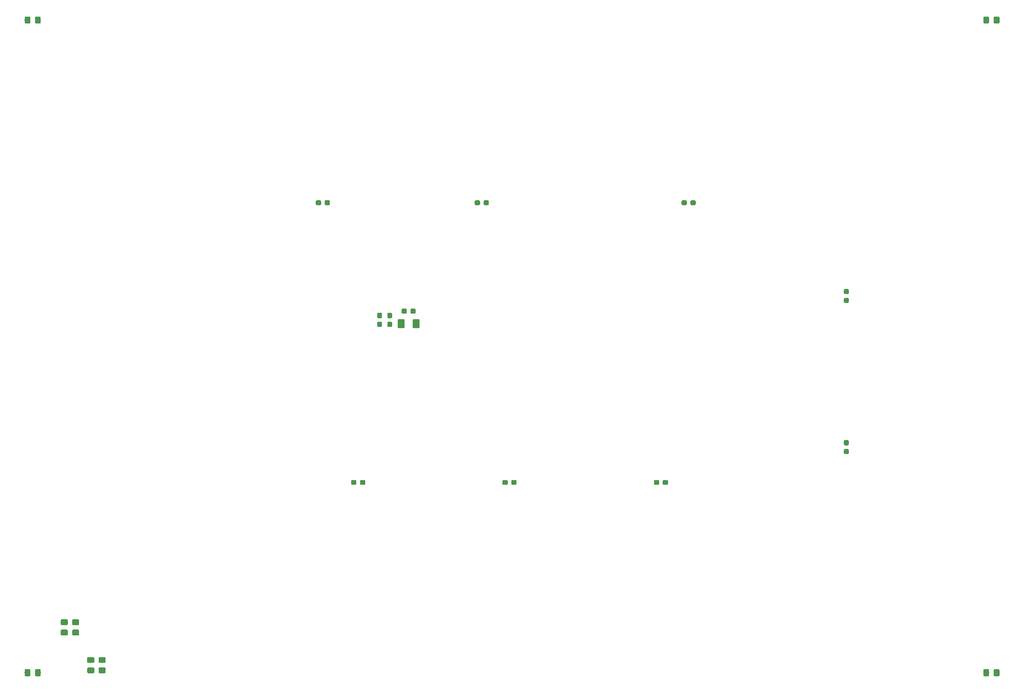
<source format=gbr>
G04 #@! TF.GenerationSoftware,KiCad,Pcbnew,(5.1.4-0-10_14)*
G04 #@! TF.CreationDate,2020-05-28T00:49:02-02:30*
G04 #@! TF.ProjectId,PCB_Morro_Bay,5043425f-4d6f-4727-926f-5f4261792e6b,A*
G04 #@! TF.SameCoordinates,Original*
G04 #@! TF.FileFunction,Paste,Bot*
G04 #@! TF.FilePolarity,Positive*
%FSLAX46Y46*%
G04 Gerber Fmt 4.6, Leading zero omitted, Abs format (unit mm)*
G04 Created by KiCad (PCBNEW (5.1.4-0-10_14)) date 2020-05-28 00:49:02*
%MOMM*%
%LPD*%
G04 APERTURE LIST*
%ADD10C,0.100000*%
%ADD11C,0.950000*%
%ADD12C,1.150000*%
%ADD13C,1.425000*%
G04 APERTURE END LIST*
D10*
G36*
X190185779Y-123776144D02*
G01*
X190208834Y-123779563D01*
X190231443Y-123785227D01*
X190253387Y-123793079D01*
X190274457Y-123803044D01*
X190294448Y-123815026D01*
X190313168Y-123828910D01*
X190330438Y-123844562D01*
X190346090Y-123861832D01*
X190359974Y-123880552D01*
X190371956Y-123900543D01*
X190381921Y-123921613D01*
X190389773Y-123943557D01*
X190395437Y-123966166D01*
X190398856Y-123989221D01*
X190400000Y-124012500D01*
X190400000Y-124487500D01*
X190398856Y-124510779D01*
X190395437Y-124533834D01*
X190389773Y-124556443D01*
X190381921Y-124578387D01*
X190371956Y-124599457D01*
X190359974Y-124619448D01*
X190346090Y-124638168D01*
X190330438Y-124655438D01*
X190313168Y-124671090D01*
X190294448Y-124684974D01*
X190274457Y-124696956D01*
X190253387Y-124706921D01*
X190231443Y-124714773D01*
X190208834Y-124720437D01*
X190185779Y-124723856D01*
X190162500Y-124725000D01*
X189587500Y-124725000D01*
X189564221Y-124723856D01*
X189541166Y-124720437D01*
X189518557Y-124714773D01*
X189496613Y-124706921D01*
X189475543Y-124696956D01*
X189455552Y-124684974D01*
X189436832Y-124671090D01*
X189419562Y-124655438D01*
X189403910Y-124638168D01*
X189390026Y-124619448D01*
X189378044Y-124599457D01*
X189368079Y-124578387D01*
X189360227Y-124556443D01*
X189354563Y-124533834D01*
X189351144Y-124510779D01*
X189350000Y-124487500D01*
X189350000Y-124012500D01*
X189351144Y-123989221D01*
X189354563Y-123966166D01*
X189360227Y-123943557D01*
X189368079Y-123921613D01*
X189378044Y-123900543D01*
X189390026Y-123880552D01*
X189403910Y-123861832D01*
X189419562Y-123844562D01*
X189436832Y-123828910D01*
X189455552Y-123815026D01*
X189475543Y-123803044D01*
X189496613Y-123793079D01*
X189518557Y-123785227D01*
X189541166Y-123779563D01*
X189564221Y-123776144D01*
X189587500Y-123775000D01*
X190162500Y-123775000D01*
X190185779Y-123776144D01*
X190185779Y-123776144D01*
G37*
D11*
X189875000Y-124250000D03*
D10*
G36*
X191935779Y-123776144D02*
G01*
X191958834Y-123779563D01*
X191981443Y-123785227D01*
X192003387Y-123793079D01*
X192024457Y-123803044D01*
X192044448Y-123815026D01*
X192063168Y-123828910D01*
X192080438Y-123844562D01*
X192096090Y-123861832D01*
X192109974Y-123880552D01*
X192121956Y-123900543D01*
X192131921Y-123921613D01*
X192139773Y-123943557D01*
X192145437Y-123966166D01*
X192148856Y-123989221D01*
X192150000Y-124012500D01*
X192150000Y-124487500D01*
X192148856Y-124510779D01*
X192145437Y-124533834D01*
X192139773Y-124556443D01*
X192131921Y-124578387D01*
X192121956Y-124599457D01*
X192109974Y-124619448D01*
X192096090Y-124638168D01*
X192080438Y-124655438D01*
X192063168Y-124671090D01*
X192044448Y-124684974D01*
X192024457Y-124696956D01*
X192003387Y-124706921D01*
X191981443Y-124714773D01*
X191958834Y-124720437D01*
X191935779Y-124723856D01*
X191912500Y-124725000D01*
X191337500Y-124725000D01*
X191314221Y-124723856D01*
X191291166Y-124720437D01*
X191268557Y-124714773D01*
X191246613Y-124706921D01*
X191225543Y-124696956D01*
X191205552Y-124684974D01*
X191186832Y-124671090D01*
X191169562Y-124655438D01*
X191153910Y-124638168D01*
X191140026Y-124619448D01*
X191128044Y-124599457D01*
X191118079Y-124578387D01*
X191110227Y-124556443D01*
X191104563Y-124533834D01*
X191101144Y-124510779D01*
X191100000Y-124487500D01*
X191100000Y-124012500D01*
X191101144Y-123989221D01*
X191104563Y-123966166D01*
X191110227Y-123943557D01*
X191118079Y-123921613D01*
X191128044Y-123900543D01*
X191140026Y-123880552D01*
X191153910Y-123861832D01*
X191169562Y-123844562D01*
X191186832Y-123828910D01*
X191205552Y-123815026D01*
X191225543Y-123803044D01*
X191246613Y-123793079D01*
X191268557Y-123785227D01*
X191291166Y-123779563D01*
X191314221Y-123776144D01*
X191337500Y-123775000D01*
X191912500Y-123775000D01*
X191935779Y-123776144D01*
X191935779Y-123776144D01*
G37*
D11*
X191625000Y-124250000D03*
D10*
G36*
X185260779Y-124601144D02*
G01*
X185283834Y-124604563D01*
X185306443Y-124610227D01*
X185328387Y-124618079D01*
X185349457Y-124628044D01*
X185369448Y-124640026D01*
X185388168Y-124653910D01*
X185405438Y-124669562D01*
X185421090Y-124686832D01*
X185434974Y-124705552D01*
X185446956Y-124725543D01*
X185456921Y-124746613D01*
X185464773Y-124768557D01*
X185470437Y-124791166D01*
X185473856Y-124814221D01*
X185475000Y-124837500D01*
X185475000Y-125412500D01*
X185473856Y-125435779D01*
X185470437Y-125458834D01*
X185464773Y-125481443D01*
X185456921Y-125503387D01*
X185446956Y-125524457D01*
X185434974Y-125544448D01*
X185421090Y-125563168D01*
X185405438Y-125580438D01*
X185388168Y-125596090D01*
X185369448Y-125609974D01*
X185349457Y-125621956D01*
X185328387Y-125631921D01*
X185306443Y-125639773D01*
X185283834Y-125645437D01*
X185260779Y-125648856D01*
X185237500Y-125650000D01*
X184762500Y-125650000D01*
X184739221Y-125648856D01*
X184716166Y-125645437D01*
X184693557Y-125639773D01*
X184671613Y-125631921D01*
X184650543Y-125621956D01*
X184630552Y-125609974D01*
X184611832Y-125596090D01*
X184594562Y-125580438D01*
X184578910Y-125563168D01*
X184565026Y-125544448D01*
X184553044Y-125524457D01*
X184543079Y-125503387D01*
X184535227Y-125481443D01*
X184529563Y-125458834D01*
X184526144Y-125435779D01*
X184525000Y-125412500D01*
X184525000Y-124837500D01*
X184526144Y-124814221D01*
X184529563Y-124791166D01*
X184535227Y-124768557D01*
X184543079Y-124746613D01*
X184553044Y-124725543D01*
X184565026Y-124705552D01*
X184578910Y-124686832D01*
X184594562Y-124669562D01*
X184611832Y-124653910D01*
X184630552Y-124640026D01*
X184650543Y-124628044D01*
X184671613Y-124618079D01*
X184693557Y-124610227D01*
X184716166Y-124604563D01*
X184739221Y-124601144D01*
X184762500Y-124600000D01*
X185237500Y-124600000D01*
X185260779Y-124601144D01*
X185260779Y-124601144D01*
G37*
D11*
X185000000Y-125125000D03*
D10*
G36*
X185260779Y-126351144D02*
G01*
X185283834Y-126354563D01*
X185306443Y-126360227D01*
X185328387Y-126368079D01*
X185349457Y-126378044D01*
X185369448Y-126390026D01*
X185388168Y-126403910D01*
X185405438Y-126419562D01*
X185421090Y-126436832D01*
X185434974Y-126455552D01*
X185446956Y-126475543D01*
X185456921Y-126496613D01*
X185464773Y-126518557D01*
X185470437Y-126541166D01*
X185473856Y-126564221D01*
X185475000Y-126587500D01*
X185475000Y-127162500D01*
X185473856Y-127185779D01*
X185470437Y-127208834D01*
X185464773Y-127231443D01*
X185456921Y-127253387D01*
X185446956Y-127274457D01*
X185434974Y-127294448D01*
X185421090Y-127313168D01*
X185405438Y-127330438D01*
X185388168Y-127346090D01*
X185369448Y-127359974D01*
X185349457Y-127371956D01*
X185328387Y-127381921D01*
X185306443Y-127389773D01*
X185283834Y-127395437D01*
X185260779Y-127398856D01*
X185237500Y-127400000D01*
X184762500Y-127400000D01*
X184739221Y-127398856D01*
X184716166Y-127395437D01*
X184693557Y-127389773D01*
X184671613Y-127381921D01*
X184650543Y-127371956D01*
X184630552Y-127359974D01*
X184611832Y-127346090D01*
X184594562Y-127330438D01*
X184578910Y-127313168D01*
X184565026Y-127294448D01*
X184553044Y-127274457D01*
X184543079Y-127253387D01*
X184535227Y-127231443D01*
X184529563Y-127208834D01*
X184526144Y-127185779D01*
X184525000Y-127162500D01*
X184525000Y-126587500D01*
X184526144Y-126564221D01*
X184529563Y-126541166D01*
X184535227Y-126518557D01*
X184543079Y-126496613D01*
X184553044Y-126475543D01*
X184565026Y-126455552D01*
X184578910Y-126436832D01*
X184594562Y-126419562D01*
X184611832Y-126403910D01*
X184630552Y-126390026D01*
X184650543Y-126378044D01*
X184671613Y-126368079D01*
X184693557Y-126360227D01*
X184716166Y-126354563D01*
X184739221Y-126351144D01*
X184762500Y-126350000D01*
X185237500Y-126350000D01*
X185260779Y-126351144D01*
X185260779Y-126351144D01*
G37*
D11*
X185000000Y-126875000D03*
D10*
G36*
X187260779Y-126351144D02*
G01*
X187283834Y-126354563D01*
X187306443Y-126360227D01*
X187328387Y-126368079D01*
X187349457Y-126378044D01*
X187369448Y-126390026D01*
X187388168Y-126403910D01*
X187405438Y-126419562D01*
X187421090Y-126436832D01*
X187434974Y-126455552D01*
X187446956Y-126475543D01*
X187456921Y-126496613D01*
X187464773Y-126518557D01*
X187470437Y-126541166D01*
X187473856Y-126564221D01*
X187475000Y-126587500D01*
X187475000Y-127162500D01*
X187473856Y-127185779D01*
X187470437Y-127208834D01*
X187464773Y-127231443D01*
X187456921Y-127253387D01*
X187446956Y-127274457D01*
X187434974Y-127294448D01*
X187421090Y-127313168D01*
X187405438Y-127330438D01*
X187388168Y-127346090D01*
X187369448Y-127359974D01*
X187349457Y-127371956D01*
X187328387Y-127381921D01*
X187306443Y-127389773D01*
X187283834Y-127395437D01*
X187260779Y-127398856D01*
X187237500Y-127400000D01*
X186762500Y-127400000D01*
X186739221Y-127398856D01*
X186716166Y-127395437D01*
X186693557Y-127389773D01*
X186671613Y-127381921D01*
X186650543Y-127371956D01*
X186630552Y-127359974D01*
X186611832Y-127346090D01*
X186594562Y-127330438D01*
X186578910Y-127313168D01*
X186565026Y-127294448D01*
X186553044Y-127274457D01*
X186543079Y-127253387D01*
X186535227Y-127231443D01*
X186529563Y-127208834D01*
X186526144Y-127185779D01*
X186525000Y-127162500D01*
X186525000Y-126587500D01*
X186526144Y-126564221D01*
X186529563Y-126541166D01*
X186535227Y-126518557D01*
X186543079Y-126496613D01*
X186553044Y-126475543D01*
X186565026Y-126455552D01*
X186578910Y-126436832D01*
X186594562Y-126419562D01*
X186611832Y-126403910D01*
X186630552Y-126390026D01*
X186650543Y-126378044D01*
X186671613Y-126368079D01*
X186693557Y-126360227D01*
X186716166Y-126354563D01*
X186739221Y-126351144D01*
X186762500Y-126350000D01*
X187237500Y-126350000D01*
X187260779Y-126351144D01*
X187260779Y-126351144D01*
G37*
D11*
X187000000Y-126875000D03*
D10*
G36*
X187260779Y-124601144D02*
G01*
X187283834Y-124604563D01*
X187306443Y-124610227D01*
X187328387Y-124618079D01*
X187349457Y-124628044D01*
X187369448Y-124640026D01*
X187388168Y-124653910D01*
X187405438Y-124669562D01*
X187421090Y-124686832D01*
X187434974Y-124705552D01*
X187446956Y-124725543D01*
X187456921Y-124746613D01*
X187464773Y-124768557D01*
X187470437Y-124791166D01*
X187473856Y-124814221D01*
X187475000Y-124837500D01*
X187475000Y-125412500D01*
X187473856Y-125435779D01*
X187470437Y-125458834D01*
X187464773Y-125481443D01*
X187456921Y-125503387D01*
X187446956Y-125524457D01*
X187434974Y-125544448D01*
X187421090Y-125563168D01*
X187405438Y-125580438D01*
X187388168Y-125596090D01*
X187369448Y-125609974D01*
X187349457Y-125621956D01*
X187328387Y-125631921D01*
X187306443Y-125639773D01*
X187283834Y-125645437D01*
X187260779Y-125648856D01*
X187237500Y-125650000D01*
X186762500Y-125650000D01*
X186739221Y-125648856D01*
X186716166Y-125645437D01*
X186693557Y-125639773D01*
X186671613Y-125631921D01*
X186650543Y-125621956D01*
X186630552Y-125609974D01*
X186611832Y-125596090D01*
X186594562Y-125580438D01*
X186578910Y-125563168D01*
X186565026Y-125544448D01*
X186553044Y-125524457D01*
X186543079Y-125503387D01*
X186535227Y-125481443D01*
X186529563Y-125458834D01*
X186526144Y-125435779D01*
X186525000Y-125412500D01*
X186525000Y-124837500D01*
X186526144Y-124814221D01*
X186529563Y-124791166D01*
X186535227Y-124768557D01*
X186543079Y-124746613D01*
X186553044Y-124725543D01*
X186565026Y-124705552D01*
X186578910Y-124686832D01*
X186594562Y-124669562D01*
X186611832Y-124653910D01*
X186630552Y-124640026D01*
X186650543Y-124628044D01*
X186671613Y-124618079D01*
X186693557Y-124610227D01*
X186716166Y-124604563D01*
X186739221Y-124601144D01*
X186762500Y-124600000D01*
X187237500Y-124600000D01*
X187260779Y-124601144D01*
X187260779Y-124601144D01*
G37*
D11*
X187000000Y-125125000D03*
D10*
G36*
X173185779Y-102276144D02*
G01*
X173208834Y-102279563D01*
X173231443Y-102285227D01*
X173253387Y-102293079D01*
X173274457Y-102303044D01*
X173294448Y-102315026D01*
X173313168Y-102328910D01*
X173330438Y-102344562D01*
X173346090Y-102361832D01*
X173359974Y-102380552D01*
X173371956Y-102400543D01*
X173381921Y-102421613D01*
X173389773Y-102443557D01*
X173395437Y-102466166D01*
X173398856Y-102489221D01*
X173400000Y-102512500D01*
X173400000Y-102987500D01*
X173398856Y-103010779D01*
X173395437Y-103033834D01*
X173389773Y-103056443D01*
X173381921Y-103078387D01*
X173371956Y-103099457D01*
X173359974Y-103119448D01*
X173346090Y-103138168D01*
X173330438Y-103155438D01*
X173313168Y-103171090D01*
X173294448Y-103184974D01*
X173274457Y-103196956D01*
X173253387Y-103206921D01*
X173231443Y-103214773D01*
X173208834Y-103220437D01*
X173185779Y-103223856D01*
X173162500Y-103225000D01*
X172587500Y-103225000D01*
X172564221Y-103223856D01*
X172541166Y-103220437D01*
X172518557Y-103214773D01*
X172496613Y-103206921D01*
X172475543Y-103196956D01*
X172455552Y-103184974D01*
X172436832Y-103171090D01*
X172419562Y-103155438D01*
X172403910Y-103138168D01*
X172390026Y-103119448D01*
X172378044Y-103099457D01*
X172368079Y-103078387D01*
X172360227Y-103056443D01*
X172354563Y-103033834D01*
X172351144Y-103010779D01*
X172350000Y-102987500D01*
X172350000Y-102512500D01*
X172351144Y-102489221D01*
X172354563Y-102466166D01*
X172360227Y-102443557D01*
X172368079Y-102421613D01*
X172378044Y-102400543D01*
X172390026Y-102380552D01*
X172403910Y-102361832D01*
X172419562Y-102344562D01*
X172436832Y-102328910D01*
X172455552Y-102315026D01*
X172475543Y-102303044D01*
X172496613Y-102293079D01*
X172518557Y-102285227D01*
X172541166Y-102279563D01*
X172564221Y-102276144D01*
X172587500Y-102275000D01*
X173162500Y-102275000D01*
X173185779Y-102276144D01*
X173185779Y-102276144D01*
G37*
D11*
X172875000Y-102750000D03*
D10*
G36*
X174935779Y-102276144D02*
G01*
X174958834Y-102279563D01*
X174981443Y-102285227D01*
X175003387Y-102293079D01*
X175024457Y-102303044D01*
X175044448Y-102315026D01*
X175063168Y-102328910D01*
X175080438Y-102344562D01*
X175096090Y-102361832D01*
X175109974Y-102380552D01*
X175121956Y-102400543D01*
X175131921Y-102421613D01*
X175139773Y-102443557D01*
X175145437Y-102466166D01*
X175148856Y-102489221D01*
X175150000Y-102512500D01*
X175150000Y-102987500D01*
X175148856Y-103010779D01*
X175145437Y-103033834D01*
X175139773Y-103056443D01*
X175131921Y-103078387D01*
X175121956Y-103099457D01*
X175109974Y-103119448D01*
X175096090Y-103138168D01*
X175080438Y-103155438D01*
X175063168Y-103171090D01*
X175044448Y-103184974D01*
X175024457Y-103196956D01*
X175003387Y-103206921D01*
X174981443Y-103214773D01*
X174958834Y-103220437D01*
X174935779Y-103223856D01*
X174912500Y-103225000D01*
X174337500Y-103225000D01*
X174314221Y-103223856D01*
X174291166Y-103220437D01*
X174268557Y-103214773D01*
X174246613Y-103206921D01*
X174225543Y-103196956D01*
X174205552Y-103184974D01*
X174186832Y-103171090D01*
X174169562Y-103155438D01*
X174153910Y-103138168D01*
X174140026Y-103119448D01*
X174128044Y-103099457D01*
X174118079Y-103078387D01*
X174110227Y-103056443D01*
X174104563Y-103033834D01*
X174101144Y-103010779D01*
X174100000Y-102987500D01*
X174100000Y-102512500D01*
X174101144Y-102489221D01*
X174104563Y-102466166D01*
X174110227Y-102443557D01*
X174118079Y-102421613D01*
X174128044Y-102400543D01*
X174140026Y-102380552D01*
X174153910Y-102361832D01*
X174169562Y-102344562D01*
X174186832Y-102328910D01*
X174205552Y-102315026D01*
X174225543Y-102303044D01*
X174246613Y-102293079D01*
X174268557Y-102285227D01*
X174291166Y-102279563D01*
X174314221Y-102276144D01*
X174337500Y-102275000D01*
X174912500Y-102275000D01*
X174935779Y-102276144D01*
X174935779Y-102276144D01*
G37*
D11*
X174625000Y-102750000D03*
D10*
G36*
X204685779Y-102276144D02*
G01*
X204708834Y-102279563D01*
X204731443Y-102285227D01*
X204753387Y-102293079D01*
X204774457Y-102303044D01*
X204794448Y-102315026D01*
X204813168Y-102328910D01*
X204830438Y-102344562D01*
X204846090Y-102361832D01*
X204859974Y-102380552D01*
X204871956Y-102400543D01*
X204881921Y-102421613D01*
X204889773Y-102443557D01*
X204895437Y-102466166D01*
X204898856Y-102489221D01*
X204900000Y-102512500D01*
X204900000Y-102987500D01*
X204898856Y-103010779D01*
X204895437Y-103033834D01*
X204889773Y-103056443D01*
X204881921Y-103078387D01*
X204871956Y-103099457D01*
X204859974Y-103119448D01*
X204846090Y-103138168D01*
X204830438Y-103155438D01*
X204813168Y-103171090D01*
X204794448Y-103184974D01*
X204774457Y-103196956D01*
X204753387Y-103206921D01*
X204731443Y-103214773D01*
X204708834Y-103220437D01*
X204685779Y-103223856D01*
X204662500Y-103225000D01*
X204087500Y-103225000D01*
X204064221Y-103223856D01*
X204041166Y-103220437D01*
X204018557Y-103214773D01*
X203996613Y-103206921D01*
X203975543Y-103196956D01*
X203955552Y-103184974D01*
X203936832Y-103171090D01*
X203919562Y-103155438D01*
X203903910Y-103138168D01*
X203890026Y-103119448D01*
X203878044Y-103099457D01*
X203868079Y-103078387D01*
X203860227Y-103056443D01*
X203854563Y-103033834D01*
X203851144Y-103010779D01*
X203850000Y-102987500D01*
X203850000Y-102512500D01*
X203851144Y-102489221D01*
X203854563Y-102466166D01*
X203860227Y-102443557D01*
X203868079Y-102421613D01*
X203878044Y-102400543D01*
X203890026Y-102380552D01*
X203903910Y-102361832D01*
X203919562Y-102344562D01*
X203936832Y-102328910D01*
X203955552Y-102315026D01*
X203975543Y-102303044D01*
X203996613Y-102293079D01*
X204018557Y-102285227D01*
X204041166Y-102279563D01*
X204064221Y-102276144D01*
X204087500Y-102275000D01*
X204662500Y-102275000D01*
X204685779Y-102276144D01*
X204685779Y-102276144D01*
G37*
D11*
X204375000Y-102750000D03*
D10*
G36*
X206435779Y-102276144D02*
G01*
X206458834Y-102279563D01*
X206481443Y-102285227D01*
X206503387Y-102293079D01*
X206524457Y-102303044D01*
X206544448Y-102315026D01*
X206563168Y-102328910D01*
X206580438Y-102344562D01*
X206596090Y-102361832D01*
X206609974Y-102380552D01*
X206621956Y-102400543D01*
X206631921Y-102421613D01*
X206639773Y-102443557D01*
X206645437Y-102466166D01*
X206648856Y-102489221D01*
X206650000Y-102512500D01*
X206650000Y-102987500D01*
X206648856Y-103010779D01*
X206645437Y-103033834D01*
X206639773Y-103056443D01*
X206631921Y-103078387D01*
X206621956Y-103099457D01*
X206609974Y-103119448D01*
X206596090Y-103138168D01*
X206580438Y-103155438D01*
X206563168Y-103171090D01*
X206544448Y-103184974D01*
X206524457Y-103196956D01*
X206503387Y-103206921D01*
X206481443Y-103214773D01*
X206458834Y-103220437D01*
X206435779Y-103223856D01*
X206412500Y-103225000D01*
X205837500Y-103225000D01*
X205814221Y-103223856D01*
X205791166Y-103220437D01*
X205768557Y-103214773D01*
X205746613Y-103206921D01*
X205725543Y-103196956D01*
X205705552Y-103184974D01*
X205686832Y-103171090D01*
X205669562Y-103155438D01*
X205653910Y-103138168D01*
X205640026Y-103119448D01*
X205628044Y-103099457D01*
X205618079Y-103078387D01*
X205610227Y-103056443D01*
X205604563Y-103033834D01*
X205601144Y-103010779D01*
X205600000Y-102987500D01*
X205600000Y-102512500D01*
X205601144Y-102489221D01*
X205604563Y-102466166D01*
X205610227Y-102443557D01*
X205618079Y-102421613D01*
X205628044Y-102400543D01*
X205640026Y-102380552D01*
X205653910Y-102361832D01*
X205669562Y-102344562D01*
X205686832Y-102328910D01*
X205705552Y-102315026D01*
X205725543Y-102303044D01*
X205746613Y-102293079D01*
X205768557Y-102285227D01*
X205791166Y-102279563D01*
X205814221Y-102276144D01*
X205837500Y-102275000D01*
X206412500Y-102275000D01*
X206435779Y-102276144D01*
X206435779Y-102276144D01*
G37*
D11*
X206125000Y-102750000D03*
D10*
G36*
X247435779Y-102276144D02*
G01*
X247458834Y-102279563D01*
X247481443Y-102285227D01*
X247503387Y-102293079D01*
X247524457Y-102303044D01*
X247544448Y-102315026D01*
X247563168Y-102328910D01*
X247580438Y-102344562D01*
X247596090Y-102361832D01*
X247609974Y-102380552D01*
X247621956Y-102400543D01*
X247631921Y-102421613D01*
X247639773Y-102443557D01*
X247645437Y-102466166D01*
X247648856Y-102489221D01*
X247650000Y-102512500D01*
X247650000Y-102987500D01*
X247648856Y-103010779D01*
X247645437Y-103033834D01*
X247639773Y-103056443D01*
X247631921Y-103078387D01*
X247621956Y-103099457D01*
X247609974Y-103119448D01*
X247596090Y-103138168D01*
X247580438Y-103155438D01*
X247563168Y-103171090D01*
X247544448Y-103184974D01*
X247524457Y-103196956D01*
X247503387Y-103206921D01*
X247481443Y-103214773D01*
X247458834Y-103220437D01*
X247435779Y-103223856D01*
X247412500Y-103225000D01*
X246837500Y-103225000D01*
X246814221Y-103223856D01*
X246791166Y-103220437D01*
X246768557Y-103214773D01*
X246746613Y-103206921D01*
X246725543Y-103196956D01*
X246705552Y-103184974D01*
X246686832Y-103171090D01*
X246669562Y-103155438D01*
X246653910Y-103138168D01*
X246640026Y-103119448D01*
X246628044Y-103099457D01*
X246618079Y-103078387D01*
X246610227Y-103056443D01*
X246604563Y-103033834D01*
X246601144Y-103010779D01*
X246600000Y-102987500D01*
X246600000Y-102512500D01*
X246601144Y-102489221D01*
X246604563Y-102466166D01*
X246610227Y-102443557D01*
X246618079Y-102421613D01*
X246628044Y-102400543D01*
X246640026Y-102380552D01*
X246653910Y-102361832D01*
X246669562Y-102344562D01*
X246686832Y-102328910D01*
X246705552Y-102315026D01*
X246725543Y-102303044D01*
X246746613Y-102293079D01*
X246768557Y-102285227D01*
X246791166Y-102279563D01*
X246814221Y-102276144D01*
X246837500Y-102275000D01*
X247412500Y-102275000D01*
X247435779Y-102276144D01*
X247435779Y-102276144D01*
G37*
D11*
X247125000Y-102750000D03*
D10*
G36*
X245685779Y-102276144D02*
G01*
X245708834Y-102279563D01*
X245731443Y-102285227D01*
X245753387Y-102293079D01*
X245774457Y-102303044D01*
X245794448Y-102315026D01*
X245813168Y-102328910D01*
X245830438Y-102344562D01*
X245846090Y-102361832D01*
X245859974Y-102380552D01*
X245871956Y-102400543D01*
X245881921Y-102421613D01*
X245889773Y-102443557D01*
X245895437Y-102466166D01*
X245898856Y-102489221D01*
X245900000Y-102512500D01*
X245900000Y-102987500D01*
X245898856Y-103010779D01*
X245895437Y-103033834D01*
X245889773Y-103056443D01*
X245881921Y-103078387D01*
X245871956Y-103099457D01*
X245859974Y-103119448D01*
X245846090Y-103138168D01*
X245830438Y-103155438D01*
X245813168Y-103171090D01*
X245794448Y-103184974D01*
X245774457Y-103196956D01*
X245753387Y-103206921D01*
X245731443Y-103214773D01*
X245708834Y-103220437D01*
X245685779Y-103223856D01*
X245662500Y-103225000D01*
X245087500Y-103225000D01*
X245064221Y-103223856D01*
X245041166Y-103220437D01*
X245018557Y-103214773D01*
X244996613Y-103206921D01*
X244975543Y-103196956D01*
X244955552Y-103184974D01*
X244936832Y-103171090D01*
X244919562Y-103155438D01*
X244903910Y-103138168D01*
X244890026Y-103119448D01*
X244878044Y-103099457D01*
X244868079Y-103078387D01*
X244860227Y-103056443D01*
X244854563Y-103033834D01*
X244851144Y-103010779D01*
X244850000Y-102987500D01*
X244850000Y-102512500D01*
X244851144Y-102489221D01*
X244854563Y-102466166D01*
X244860227Y-102443557D01*
X244868079Y-102421613D01*
X244878044Y-102400543D01*
X244890026Y-102380552D01*
X244903910Y-102361832D01*
X244919562Y-102344562D01*
X244936832Y-102328910D01*
X244955552Y-102315026D01*
X244975543Y-102303044D01*
X244996613Y-102293079D01*
X245018557Y-102285227D01*
X245041166Y-102279563D01*
X245064221Y-102276144D01*
X245087500Y-102275000D01*
X245662500Y-102275000D01*
X245685779Y-102276144D01*
X245685779Y-102276144D01*
G37*
D11*
X245375000Y-102750000D03*
D10*
G36*
X277760779Y-121601144D02*
G01*
X277783834Y-121604563D01*
X277806443Y-121610227D01*
X277828387Y-121618079D01*
X277849457Y-121628044D01*
X277869448Y-121640026D01*
X277888168Y-121653910D01*
X277905438Y-121669562D01*
X277921090Y-121686832D01*
X277934974Y-121705552D01*
X277946956Y-121725543D01*
X277956921Y-121746613D01*
X277964773Y-121768557D01*
X277970437Y-121791166D01*
X277973856Y-121814221D01*
X277975000Y-121837500D01*
X277975000Y-122412500D01*
X277973856Y-122435779D01*
X277970437Y-122458834D01*
X277964773Y-122481443D01*
X277956921Y-122503387D01*
X277946956Y-122524457D01*
X277934974Y-122544448D01*
X277921090Y-122563168D01*
X277905438Y-122580438D01*
X277888168Y-122596090D01*
X277869448Y-122609974D01*
X277849457Y-122621956D01*
X277828387Y-122631921D01*
X277806443Y-122639773D01*
X277783834Y-122645437D01*
X277760779Y-122648856D01*
X277737500Y-122650000D01*
X277262500Y-122650000D01*
X277239221Y-122648856D01*
X277216166Y-122645437D01*
X277193557Y-122639773D01*
X277171613Y-122631921D01*
X277150543Y-122621956D01*
X277130552Y-122609974D01*
X277111832Y-122596090D01*
X277094562Y-122580438D01*
X277078910Y-122563168D01*
X277065026Y-122544448D01*
X277053044Y-122524457D01*
X277043079Y-122503387D01*
X277035227Y-122481443D01*
X277029563Y-122458834D01*
X277026144Y-122435779D01*
X277025000Y-122412500D01*
X277025000Y-121837500D01*
X277026144Y-121814221D01*
X277029563Y-121791166D01*
X277035227Y-121768557D01*
X277043079Y-121746613D01*
X277053044Y-121725543D01*
X277065026Y-121705552D01*
X277078910Y-121686832D01*
X277094562Y-121669562D01*
X277111832Y-121653910D01*
X277130552Y-121640026D01*
X277150543Y-121628044D01*
X277171613Y-121618079D01*
X277193557Y-121610227D01*
X277216166Y-121604563D01*
X277239221Y-121601144D01*
X277262500Y-121600000D01*
X277737500Y-121600000D01*
X277760779Y-121601144D01*
X277760779Y-121601144D01*
G37*
D11*
X277500000Y-122125000D03*
D10*
G36*
X277760779Y-119851144D02*
G01*
X277783834Y-119854563D01*
X277806443Y-119860227D01*
X277828387Y-119868079D01*
X277849457Y-119878044D01*
X277869448Y-119890026D01*
X277888168Y-119903910D01*
X277905438Y-119919562D01*
X277921090Y-119936832D01*
X277934974Y-119955552D01*
X277946956Y-119975543D01*
X277956921Y-119996613D01*
X277964773Y-120018557D01*
X277970437Y-120041166D01*
X277973856Y-120064221D01*
X277975000Y-120087500D01*
X277975000Y-120662500D01*
X277973856Y-120685779D01*
X277970437Y-120708834D01*
X277964773Y-120731443D01*
X277956921Y-120753387D01*
X277946956Y-120774457D01*
X277934974Y-120794448D01*
X277921090Y-120813168D01*
X277905438Y-120830438D01*
X277888168Y-120846090D01*
X277869448Y-120859974D01*
X277849457Y-120871956D01*
X277828387Y-120881921D01*
X277806443Y-120889773D01*
X277783834Y-120895437D01*
X277760779Y-120898856D01*
X277737500Y-120900000D01*
X277262500Y-120900000D01*
X277239221Y-120898856D01*
X277216166Y-120895437D01*
X277193557Y-120889773D01*
X277171613Y-120881921D01*
X277150543Y-120871956D01*
X277130552Y-120859974D01*
X277111832Y-120846090D01*
X277094562Y-120830438D01*
X277078910Y-120813168D01*
X277065026Y-120794448D01*
X277053044Y-120774457D01*
X277043079Y-120753387D01*
X277035227Y-120731443D01*
X277029563Y-120708834D01*
X277026144Y-120685779D01*
X277025000Y-120662500D01*
X277025000Y-120087500D01*
X277026144Y-120064221D01*
X277029563Y-120041166D01*
X277035227Y-120018557D01*
X277043079Y-119996613D01*
X277053044Y-119975543D01*
X277065026Y-119955552D01*
X277078910Y-119936832D01*
X277094562Y-119919562D01*
X277111832Y-119903910D01*
X277130552Y-119890026D01*
X277150543Y-119878044D01*
X277171613Y-119868079D01*
X277193557Y-119860227D01*
X277216166Y-119854563D01*
X277239221Y-119851144D01*
X277262500Y-119850000D01*
X277737500Y-119850000D01*
X277760779Y-119851144D01*
X277760779Y-119851144D01*
G37*
D11*
X277500000Y-120375000D03*
D10*
G36*
X277760779Y-149851144D02*
G01*
X277783834Y-149854563D01*
X277806443Y-149860227D01*
X277828387Y-149868079D01*
X277849457Y-149878044D01*
X277869448Y-149890026D01*
X277888168Y-149903910D01*
X277905438Y-149919562D01*
X277921090Y-149936832D01*
X277934974Y-149955552D01*
X277946956Y-149975543D01*
X277956921Y-149996613D01*
X277964773Y-150018557D01*
X277970437Y-150041166D01*
X277973856Y-150064221D01*
X277975000Y-150087500D01*
X277975000Y-150662500D01*
X277973856Y-150685779D01*
X277970437Y-150708834D01*
X277964773Y-150731443D01*
X277956921Y-150753387D01*
X277946956Y-150774457D01*
X277934974Y-150794448D01*
X277921090Y-150813168D01*
X277905438Y-150830438D01*
X277888168Y-150846090D01*
X277869448Y-150859974D01*
X277849457Y-150871956D01*
X277828387Y-150881921D01*
X277806443Y-150889773D01*
X277783834Y-150895437D01*
X277760779Y-150898856D01*
X277737500Y-150900000D01*
X277262500Y-150900000D01*
X277239221Y-150898856D01*
X277216166Y-150895437D01*
X277193557Y-150889773D01*
X277171613Y-150881921D01*
X277150543Y-150871956D01*
X277130552Y-150859974D01*
X277111832Y-150846090D01*
X277094562Y-150830438D01*
X277078910Y-150813168D01*
X277065026Y-150794448D01*
X277053044Y-150774457D01*
X277043079Y-150753387D01*
X277035227Y-150731443D01*
X277029563Y-150708834D01*
X277026144Y-150685779D01*
X277025000Y-150662500D01*
X277025000Y-150087500D01*
X277026144Y-150064221D01*
X277029563Y-150041166D01*
X277035227Y-150018557D01*
X277043079Y-149996613D01*
X277053044Y-149975543D01*
X277065026Y-149955552D01*
X277078910Y-149936832D01*
X277094562Y-149919562D01*
X277111832Y-149903910D01*
X277130552Y-149890026D01*
X277150543Y-149878044D01*
X277171613Y-149868079D01*
X277193557Y-149860227D01*
X277216166Y-149854563D01*
X277239221Y-149851144D01*
X277262500Y-149850000D01*
X277737500Y-149850000D01*
X277760779Y-149851144D01*
X277760779Y-149851144D01*
G37*
D11*
X277500000Y-150375000D03*
D10*
G36*
X277760779Y-151601144D02*
G01*
X277783834Y-151604563D01*
X277806443Y-151610227D01*
X277828387Y-151618079D01*
X277849457Y-151628044D01*
X277869448Y-151640026D01*
X277888168Y-151653910D01*
X277905438Y-151669562D01*
X277921090Y-151686832D01*
X277934974Y-151705552D01*
X277946956Y-151725543D01*
X277956921Y-151746613D01*
X277964773Y-151768557D01*
X277970437Y-151791166D01*
X277973856Y-151814221D01*
X277975000Y-151837500D01*
X277975000Y-152412500D01*
X277973856Y-152435779D01*
X277970437Y-152458834D01*
X277964773Y-152481443D01*
X277956921Y-152503387D01*
X277946956Y-152524457D01*
X277934974Y-152544448D01*
X277921090Y-152563168D01*
X277905438Y-152580438D01*
X277888168Y-152596090D01*
X277869448Y-152609974D01*
X277849457Y-152621956D01*
X277828387Y-152631921D01*
X277806443Y-152639773D01*
X277783834Y-152645437D01*
X277760779Y-152648856D01*
X277737500Y-152650000D01*
X277262500Y-152650000D01*
X277239221Y-152648856D01*
X277216166Y-152645437D01*
X277193557Y-152639773D01*
X277171613Y-152631921D01*
X277150543Y-152621956D01*
X277130552Y-152609974D01*
X277111832Y-152596090D01*
X277094562Y-152580438D01*
X277078910Y-152563168D01*
X277065026Y-152544448D01*
X277053044Y-152524457D01*
X277043079Y-152503387D01*
X277035227Y-152481443D01*
X277029563Y-152458834D01*
X277026144Y-152435779D01*
X277025000Y-152412500D01*
X277025000Y-151837500D01*
X277026144Y-151814221D01*
X277029563Y-151791166D01*
X277035227Y-151768557D01*
X277043079Y-151746613D01*
X277053044Y-151725543D01*
X277065026Y-151705552D01*
X277078910Y-151686832D01*
X277094562Y-151669562D01*
X277111832Y-151653910D01*
X277130552Y-151640026D01*
X277150543Y-151628044D01*
X277171613Y-151618079D01*
X277193557Y-151610227D01*
X277216166Y-151604563D01*
X277239221Y-151601144D01*
X277262500Y-151600000D01*
X277737500Y-151600000D01*
X277760779Y-151601144D01*
X277760779Y-151601144D01*
G37*
D11*
X277500000Y-152125000D03*
D10*
G36*
X241935779Y-157776144D02*
G01*
X241958834Y-157779563D01*
X241981443Y-157785227D01*
X242003387Y-157793079D01*
X242024457Y-157803044D01*
X242044448Y-157815026D01*
X242063168Y-157828910D01*
X242080438Y-157844562D01*
X242096090Y-157861832D01*
X242109974Y-157880552D01*
X242121956Y-157900543D01*
X242131921Y-157921613D01*
X242139773Y-157943557D01*
X242145437Y-157966166D01*
X242148856Y-157989221D01*
X242150000Y-158012500D01*
X242150000Y-158487500D01*
X242148856Y-158510779D01*
X242145437Y-158533834D01*
X242139773Y-158556443D01*
X242131921Y-158578387D01*
X242121956Y-158599457D01*
X242109974Y-158619448D01*
X242096090Y-158638168D01*
X242080438Y-158655438D01*
X242063168Y-158671090D01*
X242044448Y-158684974D01*
X242024457Y-158696956D01*
X242003387Y-158706921D01*
X241981443Y-158714773D01*
X241958834Y-158720437D01*
X241935779Y-158723856D01*
X241912500Y-158725000D01*
X241337500Y-158725000D01*
X241314221Y-158723856D01*
X241291166Y-158720437D01*
X241268557Y-158714773D01*
X241246613Y-158706921D01*
X241225543Y-158696956D01*
X241205552Y-158684974D01*
X241186832Y-158671090D01*
X241169562Y-158655438D01*
X241153910Y-158638168D01*
X241140026Y-158619448D01*
X241128044Y-158599457D01*
X241118079Y-158578387D01*
X241110227Y-158556443D01*
X241104563Y-158533834D01*
X241101144Y-158510779D01*
X241100000Y-158487500D01*
X241100000Y-158012500D01*
X241101144Y-157989221D01*
X241104563Y-157966166D01*
X241110227Y-157943557D01*
X241118079Y-157921613D01*
X241128044Y-157900543D01*
X241140026Y-157880552D01*
X241153910Y-157861832D01*
X241169562Y-157844562D01*
X241186832Y-157828910D01*
X241205552Y-157815026D01*
X241225543Y-157803044D01*
X241246613Y-157793079D01*
X241268557Y-157785227D01*
X241291166Y-157779563D01*
X241314221Y-157776144D01*
X241337500Y-157775000D01*
X241912500Y-157775000D01*
X241935779Y-157776144D01*
X241935779Y-157776144D01*
G37*
D11*
X241625000Y-158250000D03*
D10*
G36*
X240185779Y-157776144D02*
G01*
X240208834Y-157779563D01*
X240231443Y-157785227D01*
X240253387Y-157793079D01*
X240274457Y-157803044D01*
X240294448Y-157815026D01*
X240313168Y-157828910D01*
X240330438Y-157844562D01*
X240346090Y-157861832D01*
X240359974Y-157880552D01*
X240371956Y-157900543D01*
X240381921Y-157921613D01*
X240389773Y-157943557D01*
X240395437Y-157966166D01*
X240398856Y-157989221D01*
X240400000Y-158012500D01*
X240400000Y-158487500D01*
X240398856Y-158510779D01*
X240395437Y-158533834D01*
X240389773Y-158556443D01*
X240381921Y-158578387D01*
X240371956Y-158599457D01*
X240359974Y-158619448D01*
X240346090Y-158638168D01*
X240330438Y-158655438D01*
X240313168Y-158671090D01*
X240294448Y-158684974D01*
X240274457Y-158696956D01*
X240253387Y-158706921D01*
X240231443Y-158714773D01*
X240208834Y-158720437D01*
X240185779Y-158723856D01*
X240162500Y-158725000D01*
X239587500Y-158725000D01*
X239564221Y-158723856D01*
X239541166Y-158720437D01*
X239518557Y-158714773D01*
X239496613Y-158706921D01*
X239475543Y-158696956D01*
X239455552Y-158684974D01*
X239436832Y-158671090D01*
X239419562Y-158655438D01*
X239403910Y-158638168D01*
X239390026Y-158619448D01*
X239378044Y-158599457D01*
X239368079Y-158578387D01*
X239360227Y-158556443D01*
X239354563Y-158533834D01*
X239351144Y-158510779D01*
X239350000Y-158487500D01*
X239350000Y-158012500D01*
X239351144Y-157989221D01*
X239354563Y-157966166D01*
X239360227Y-157943557D01*
X239368079Y-157921613D01*
X239378044Y-157900543D01*
X239390026Y-157880552D01*
X239403910Y-157861832D01*
X239419562Y-157844562D01*
X239436832Y-157828910D01*
X239455552Y-157815026D01*
X239475543Y-157803044D01*
X239496613Y-157793079D01*
X239518557Y-157785227D01*
X239541166Y-157779563D01*
X239564221Y-157776144D01*
X239587500Y-157775000D01*
X240162500Y-157775000D01*
X240185779Y-157776144D01*
X240185779Y-157776144D01*
G37*
D11*
X239875000Y-158250000D03*
D10*
G36*
X210185779Y-157776144D02*
G01*
X210208834Y-157779563D01*
X210231443Y-157785227D01*
X210253387Y-157793079D01*
X210274457Y-157803044D01*
X210294448Y-157815026D01*
X210313168Y-157828910D01*
X210330438Y-157844562D01*
X210346090Y-157861832D01*
X210359974Y-157880552D01*
X210371956Y-157900543D01*
X210381921Y-157921613D01*
X210389773Y-157943557D01*
X210395437Y-157966166D01*
X210398856Y-157989221D01*
X210400000Y-158012500D01*
X210400000Y-158487500D01*
X210398856Y-158510779D01*
X210395437Y-158533834D01*
X210389773Y-158556443D01*
X210381921Y-158578387D01*
X210371956Y-158599457D01*
X210359974Y-158619448D01*
X210346090Y-158638168D01*
X210330438Y-158655438D01*
X210313168Y-158671090D01*
X210294448Y-158684974D01*
X210274457Y-158696956D01*
X210253387Y-158706921D01*
X210231443Y-158714773D01*
X210208834Y-158720437D01*
X210185779Y-158723856D01*
X210162500Y-158725000D01*
X209587500Y-158725000D01*
X209564221Y-158723856D01*
X209541166Y-158720437D01*
X209518557Y-158714773D01*
X209496613Y-158706921D01*
X209475543Y-158696956D01*
X209455552Y-158684974D01*
X209436832Y-158671090D01*
X209419562Y-158655438D01*
X209403910Y-158638168D01*
X209390026Y-158619448D01*
X209378044Y-158599457D01*
X209368079Y-158578387D01*
X209360227Y-158556443D01*
X209354563Y-158533834D01*
X209351144Y-158510779D01*
X209350000Y-158487500D01*
X209350000Y-158012500D01*
X209351144Y-157989221D01*
X209354563Y-157966166D01*
X209360227Y-157943557D01*
X209368079Y-157921613D01*
X209378044Y-157900543D01*
X209390026Y-157880552D01*
X209403910Y-157861832D01*
X209419562Y-157844562D01*
X209436832Y-157828910D01*
X209455552Y-157815026D01*
X209475543Y-157803044D01*
X209496613Y-157793079D01*
X209518557Y-157785227D01*
X209541166Y-157779563D01*
X209564221Y-157776144D01*
X209587500Y-157775000D01*
X210162500Y-157775000D01*
X210185779Y-157776144D01*
X210185779Y-157776144D01*
G37*
D11*
X209875000Y-158250000D03*
D10*
G36*
X211935779Y-157776144D02*
G01*
X211958834Y-157779563D01*
X211981443Y-157785227D01*
X212003387Y-157793079D01*
X212024457Y-157803044D01*
X212044448Y-157815026D01*
X212063168Y-157828910D01*
X212080438Y-157844562D01*
X212096090Y-157861832D01*
X212109974Y-157880552D01*
X212121956Y-157900543D01*
X212131921Y-157921613D01*
X212139773Y-157943557D01*
X212145437Y-157966166D01*
X212148856Y-157989221D01*
X212150000Y-158012500D01*
X212150000Y-158487500D01*
X212148856Y-158510779D01*
X212145437Y-158533834D01*
X212139773Y-158556443D01*
X212131921Y-158578387D01*
X212121956Y-158599457D01*
X212109974Y-158619448D01*
X212096090Y-158638168D01*
X212080438Y-158655438D01*
X212063168Y-158671090D01*
X212044448Y-158684974D01*
X212024457Y-158696956D01*
X212003387Y-158706921D01*
X211981443Y-158714773D01*
X211958834Y-158720437D01*
X211935779Y-158723856D01*
X211912500Y-158725000D01*
X211337500Y-158725000D01*
X211314221Y-158723856D01*
X211291166Y-158720437D01*
X211268557Y-158714773D01*
X211246613Y-158706921D01*
X211225543Y-158696956D01*
X211205552Y-158684974D01*
X211186832Y-158671090D01*
X211169562Y-158655438D01*
X211153910Y-158638168D01*
X211140026Y-158619448D01*
X211128044Y-158599457D01*
X211118079Y-158578387D01*
X211110227Y-158556443D01*
X211104563Y-158533834D01*
X211101144Y-158510779D01*
X211100000Y-158487500D01*
X211100000Y-158012500D01*
X211101144Y-157989221D01*
X211104563Y-157966166D01*
X211110227Y-157943557D01*
X211118079Y-157921613D01*
X211128044Y-157900543D01*
X211140026Y-157880552D01*
X211153910Y-157861832D01*
X211169562Y-157844562D01*
X211186832Y-157828910D01*
X211205552Y-157815026D01*
X211225543Y-157803044D01*
X211246613Y-157793079D01*
X211268557Y-157785227D01*
X211291166Y-157779563D01*
X211314221Y-157776144D01*
X211337500Y-157775000D01*
X211912500Y-157775000D01*
X211935779Y-157776144D01*
X211935779Y-157776144D01*
G37*
D11*
X211625000Y-158250000D03*
D10*
G36*
X122974505Y-185401204D02*
G01*
X122998773Y-185404804D01*
X123022572Y-185410765D01*
X123045671Y-185419030D01*
X123067850Y-185429520D01*
X123088893Y-185442132D01*
X123108599Y-185456747D01*
X123126777Y-185473223D01*
X123143253Y-185491401D01*
X123157868Y-185511107D01*
X123170480Y-185532150D01*
X123180970Y-185554329D01*
X123189235Y-185577428D01*
X123195196Y-185601227D01*
X123198796Y-185625495D01*
X123200000Y-185649999D01*
X123200000Y-186300001D01*
X123198796Y-186324505D01*
X123195196Y-186348773D01*
X123189235Y-186372572D01*
X123180970Y-186395671D01*
X123170480Y-186417850D01*
X123157868Y-186438893D01*
X123143253Y-186458599D01*
X123126777Y-186476777D01*
X123108599Y-186493253D01*
X123088893Y-186507868D01*
X123067850Y-186520480D01*
X123045671Y-186530970D01*
X123022572Y-186539235D01*
X122998773Y-186545196D01*
X122974505Y-186548796D01*
X122950001Y-186550000D01*
X122049999Y-186550000D01*
X122025495Y-186548796D01*
X122001227Y-186545196D01*
X121977428Y-186539235D01*
X121954329Y-186530970D01*
X121932150Y-186520480D01*
X121911107Y-186507868D01*
X121891401Y-186493253D01*
X121873223Y-186476777D01*
X121856747Y-186458599D01*
X121842132Y-186438893D01*
X121829520Y-186417850D01*
X121819030Y-186395671D01*
X121810765Y-186372572D01*
X121804804Y-186348773D01*
X121801204Y-186324505D01*
X121800000Y-186300001D01*
X121800000Y-185649999D01*
X121801204Y-185625495D01*
X121804804Y-185601227D01*
X121810765Y-185577428D01*
X121819030Y-185554329D01*
X121829520Y-185532150D01*
X121842132Y-185511107D01*
X121856747Y-185491401D01*
X121873223Y-185473223D01*
X121891401Y-185456747D01*
X121911107Y-185442132D01*
X121932150Y-185429520D01*
X121954329Y-185419030D01*
X121977428Y-185410765D01*
X122001227Y-185404804D01*
X122025495Y-185401204D01*
X122049999Y-185400000D01*
X122950001Y-185400000D01*
X122974505Y-185401204D01*
X122974505Y-185401204D01*
G37*
D12*
X122500000Y-185975000D03*
D10*
G36*
X122974505Y-187451204D02*
G01*
X122998773Y-187454804D01*
X123022572Y-187460765D01*
X123045671Y-187469030D01*
X123067850Y-187479520D01*
X123088893Y-187492132D01*
X123108599Y-187506747D01*
X123126777Y-187523223D01*
X123143253Y-187541401D01*
X123157868Y-187561107D01*
X123170480Y-187582150D01*
X123180970Y-187604329D01*
X123189235Y-187627428D01*
X123195196Y-187651227D01*
X123198796Y-187675495D01*
X123200000Y-187699999D01*
X123200000Y-188350001D01*
X123198796Y-188374505D01*
X123195196Y-188398773D01*
X123189235Y-188422572D01*
X123180970Y-188445671D01*
X123170480Y-188467850D01*
X123157868Y-188488893D01*
X123143253Y-188508599D01*
X123126777Y-188526777D01*
X123108599Y-188543253D01*
X123088893Y-188557868D01*
X123067850Y-188570480D01*
X123045671Y-188580970D01*
X123022572Y-188589235D01*
X122998773Y-188595196D01*
X122974505Y-188598796D01*
X122950001Y-188600000D01*
X122049999Y-188600000D01*
X122025495Y-188598796D01*
X122001227Y-188595196D01*
X121977428Y-188589235D01*
X121954329Y-188580970D01*
X121932150Y-188570480D01*
X121911107Y-188557868D01*
X121891401Y-188543253D01*
X121873223Y-188526777D01*
X121856747Y-188508599D01*
X121842132Y-188488893D01*
X121829520Y-188467850D01*
X121819030Y-188445671D01*
X121810765Y-188422572D01*
X121804804Y-188398773D01*
X121801204Y-188374505D01*
X121800000Y-188350001D01*
X121800000Y-187699999D01*
X121801204Y-187675495D01*
X121804804Y-187651227D01*
X121810765Y-187627428D01*
X121819030Y-187604329D01*
X121829520Y-187582150D01*
X121842132Y-187561107D01*
X121856747Y-187541401D01*
X121873223Y-187523223D01*
X121891401Y-187506747D01*
X121911107Y-187492132D01*
X121932150Y-187479520D01*
X121954329Y-187469030D01*
X121977428Y-187460765D01*
X122001227Y-187454804D01*
X122025495Y-187451204D01*
X122049999Y-187450000D01*
X122950001Y-187450000D01*
X122974505Y-187451204D01*
X122974505Y-187451204D01*
G37*
D12*
X122500000Y-188025000D03*
D10*
G36*
X130474505Y-192901204D02*
G01*
X130498773Y-192904804D01*
X130522572Y-192910765D01*
X130545671Y-192919030D01*
X130567850Y-192929520D01*
X130588893Y-192942132D01*
X130608599Y-192956747D01*
X130626777Y-192973223D01*
X130643253Y-192991401D01*
X130657868Y-193011107D01*
X130670480Y-193032150D01*
X130680970Y-193054329D01*
X130689235Y-193077428D01*
X130695196Y-193101227D01*
X130698796Y-193125495D01*
X130700000Y-193149999D01*
X130700000Y-193800001D01*
X130698796Y-193824505D01*
X130695196Y-193848773D01*
X130689235Y-193872572D01*
X130680970Y-193895671D01*
X130670480Y-193917850D01*
X130657868Y-193938893D01*
X130643253Y-193958599D01*
X130626777Y-193976777D01*
X130608599Y-193993253D01*
X130588893Y-194007868D01*
X130567850Y-194020480D01*
X130545671Y-194030970D01*
X130522572Y-194039235D01*
X130498773Y-194045196D01*
X130474505Y-194048796D01*
X130450001Y-194050000D01*
X129549999Y-194050000D01*
X129525495Y-194048796D01*
X129501227Y-194045196D01*
X129477428Y-194039235D01*
X129454329Y-194030970D01*
X129432150Y-194020480D01*
X129411107Y-194007868D01*
X129391401Y-193993253D01*
X129373223Y-193976777D01*
X129356747Y-193958599D01*
X129342132Y-193938893D01*
X129329520Y-193917850D01*
X129319030Y-193895671D01*
X129310765Y-193872572D01*
X129304804Y-193848773D01*
X129301204Y-193824505D01*
X129300000Y-193800001D01*
X129300000Y-193149999D01*
X129301204Y-193125495D01*
X129304804Y-193101227D01*
X129310765Y-193077428D01*
X129319030Y-193054329D01*
X129329520Y-193032150D01*
X129342132Y-193011107D01*
X129356747Y-192991401D01*
X129373223Y-192973223D01*
X129391401Y-192956747D01*
X129411107Y-192942132D01*
X129432150Y-192929520D01*
X129454329Y-192919030D01*
X129477428Y-192910765D01*
X129501227Y-192904804D01*
X129525495Y-192901204D01*
X129549999Y-192900000D01*
X130450001Y-192900000D01*
X130474505Y-192901204D01*
X130474505Y-192901204D01*
G37*
D12*
X130000000Y-193475000D03*
D10*
G36*
X130474505Y-194951204D02*
G01*
X130498773Y-194954804D01*
X130522572Y-194960765D01*
X130545671Y-194969030D01*
X130567850Y-194979520D01*
X130588893Y-194992132D01*
X130608599Y-195006747D01*
X130626777Y-195023223D01*
X130643253Y-195041401D01*
X130657868Y-195061107D01*
X130670480Y-195082150D01*
X130680970Y-195104329D01*
X130689235Y-195127428D01*
X130695196Y-195151227D01*
X130698796Y-195175495D01*
X130700000Y-195199999D01*
X130700000Y-195850001D01*
X130698796Y-195874505D01*
X130695196Y-195898773D01*
X130689235Y-195922572D01*
X130680970Y-195945671D01*
X130670480Y-195967850D01*
X130657868Y-195988893D01*
X130643253Y-196008599D01*
X130626777Y-196026777D01*
X130608599Y-196043253D01*
X130588893Y-196057868D01*
X130567850Y-196070480D01*
X130545671Y-196080970D01*
X130522572Y-196089235D01*
X130498773Y-196095196D01*
X130474505Y-196098796D01*
X130450001Y-196100000D01*
X129549999Y-196100000D01*
X129525495Y-196098796D01*
X129501227Y-196095196D01*
X129477428Y-196089235D01*
X129454329Y-196080970D01*
X129432150Y-196070480D01*
X129411107Y-196057868D01*
X129391401Y-196043253D01*
X129373223Y-196026777D01*
X129356747Y-196008599D01*
X129342132Y-195988893D01*
X129329520Y-195967850D01*
X129319030Y-195945671D01*
X129310765Y-195922572D01*
X129304804Y-195898773D01*
X129301204Y-195874505D01*
X129300000Y-195850001D01*
X129300000Y-195199999D01*
X129301204Y-195175495D01*
X129304804Y-195151227D01*
X129310765Y-195127428D01*
X129319030Y-195104329D01*
X129329520Y-195082150D01*
X129342132Y-195061107D01*
X129356747Y-195041401D01*
X129373223Y-195023223D01*
X129391401Y-195006747D01*
X129411107Y-194992132D01*
X129432150Y-194979520D01*
X129454329Y-194969030D01*
X129477428Y-194960765D01*
X129501227Y-194954804D01*
X129525495Y-194951204D01*
X129549999Y-194950000D01*
X130450001Y-194950000D01*
X130474505Y-194951204D01*
X130474505Y-194951204D01*
G37*
D12*
X130000000Y-195525000D03*
D10*
G36*
X128224505Y-192901204D02*
G01*
X128248773Y-192904804D01*
X128272572Y-192910765D01*
X128295671Y-192919030D01*
X128317850Y-192929520D01*
X128338893Y-192942132D01*
X128358599Y-192956747D01*
X128376777Y-192973223D01*
X128393253Y-192991401D01*
X128407868Y-193011107D01*
X128420480Y-193032150D01*
X128430970Y-193054329D01*
X128439235Y-193077428D01*
X128445196Y-193101227D01*
X128448796Y-193125495D01*
X128450000Y-193149999D01*
X128450000Y-193800001D01*
X128448796Y-193824505D01*
X128445196Y-193848773D01*
X128439235Y-193872572D01*
X128430970Y-193895671D01*
X128420480Y-193917850D01*
X128407868Y-193938893D01*
X128393253Y-193958599D01*
X128376777Y-193976777D01*
X128358599Y-193993253D01*
X128338893Y-194007868D01*
X128317850Y-194020480D01*
X128295671Y-194030970D01*
X128272572Y-194039235D01*
X128248773Y-194045196D01*
X128224505Y-194048796D01*
X128200001Y-194050000D01*
X127299999Y-194050000D01*
X127275495Y-194048796D01*
X127251227Y-194045196D01*
X127227428Y-194039235D01*
X127204329Y-194030970D01*
X127182150Y-194020480D01*
X127161107Y-194007868D01*
X127141401Y-193993253D01*
X127123223Y-193976777D01*
X127106747Y-193958599D01*
X127092132Y-193938893D01*
X127079520Y-193917850D01*
X127069030Y-193895671D01*
X127060765Y-193872572D01*
X127054804Y-193848773D01*
X127051204Y-193824505D01*
X127050000Y-193800001D01*
X127050000Y-193149999D01*
X127051204Y-193125495D01*
X127054804Y-193101227D01*
X127060765Y-193077428D01*
X127069030Y-193054329D01*
X127079520Y-193032150D01*
X127092132Y-193011107D01*
X127106747Y-192991401D01*
X127123223Y-192973223D01*
X127141401Y-192956747D01*
X127161107Y-192942132D01*
X127182150Y-192929520D01*
X127204329Y-192919030D01*
X127227428Y-192910765D01*
X127251227Y-192904804D01*
X127275495Y-192901204D01*
X127299999Y-192900000D01*
X128200001Y-192900000D01*
X128224505Y-192901204D01*
X128224505Y-192901204D01*
G37*
D12*
X127750000Y-193475000D03*
D10*
G36*
X128224505Y-194951204D02*
G01*
X128248773Y-194954804D01*
X128272572Y-194960765D01*
X128295671Y-194969030D01*
X128317850Y-194979520D01*
X128338893Y-194992132D01*
X128358599Y-195006747D01*
X128376777Y-195023223D01*
X128393253Y-195041401D01*
X128407868Y-195061107D01*
X128420480Y-195082150D01*
X128430970Y-195104329D01*
X128439235Y-195127428D01*
X128445196Y-195151227D01*
X128448796Y-195175495D01*
X128450000Y-195199999D01*
X128450000Y-195850001D01*
X128448796Y-195874505D01*
X128445196Y-195898773D01*
X128439235Y-195922572D01*
X128430970Y-195945671D01*
X128420480Y-195967850D01*
X128407868Y-195988893D01*
X128393253Y-196008599D01*
X128376777Y-196026777D01*
X128358599Y-196043253D01*
X128338893Y-196057868D01*
X128317850Y-196070480D01*
X128295671Y-196080970D01*
X128272572Y-196089235D01*
X128248773Y-196095196D01*
X128224505Y-196098796D01*
X128200001Y-196100000D01*
X127299999Y-196100000D01*
X127275495Y-196098796D01*
X127251227Y-196095196D01*
X127227428Y-196089235D01*
X127204329Y-196080970D01*
X127182150Y-196070480D01*
X127161107Y-196057868D01*
X127141401Y-196043253D01*
X127123223Y-196026777D01*
X127106747Y-196008599D01*
X127092132Y-195988893D01*
X127079520Y-195967850D01*
X127069030Y-195945671D01*
X127060765Y-195922572D01*
X127054804Y-195898773D01*
X127051204Y-195874505D01*
X127050000Y-195850001D01*
X127050000Y-195199999D01*
X127051204Y-195175495D01*
X127054804Y-195151227D01*
X127060765Y-195127428D01*
X127069030Y-195104329D01*
X127079520Y-195082150D01*
X127092132Y-195061107D01*
X127106747Y-195041401D01*
X127123223Y-195023223D01*
X127141401Y-195006747D01*
X127161107Y-194992132D01*
X127182150Y-194979520D01*
X127204329Y-194969030D01*
X127227428Y-194960765D01*
X127251227Y-194954804D01*
X127275495Y-194951204D01*
X127299999Y-194950000D01*
X128200001Y-194950000D01*
X128224505Y-194951204D01*
X128224505Y-194951204D01*
G37*
D12*
X127750000Y-195525000D03*
D10*
G36*
X125224505Y-187451204D02*
G01*
X125248773Y-187454804D01*
X125272572Y-187460765D01*
X125295671Y-187469030D01*
X125317850Y-187479520D01*
X125338893Y-187492132D01*
X125358599Y-187506747D01*
X125376777Y-187523223D01*
X125393253Y-187541401D01*
X125407868Y-187561107D01*
X125420480Y-187582150D01*
X125430970Y-187604329D01*
X125439235Y-187627428D01*
X125445196Y-187651227D01*
X125448796Y-187675495D01*
X125450000Y-187699999D01*
X125450000Y-188350001D01*
X125448796Y-188374505D01*
X125445196Y-188398773D01*
X125439235Y-188422572D01*
X125430970Y-188445671D01*
X125420480Y-188467850D01*
X125407868Y-188488893D01*
X125393253Y-188508599D01*
X125376777Y-188526777D01*
X125358599Y-188543253D01*
X125338893Y-188557868D01*
X125317850Y-188570480D01*
X125295671Y-188580970D01*
X125272572Y-188589235D01*
X125248773Y-188595196D01*
X125224505Y-188598796D01*
X125200001Y-188600000D01*
X124299999Y-188600000D01*
X124275495Y-188598796D01*
X124251227Y-188595196D01*
X124227428Y-188589235D01*
X124204329Y-188580970D01*
X124182150Y-188570480D01*
X124161107Y-188557868D01*
X124141401Y-188543253D01*
X124123223Y-188526777D01*
X124106747Y-188508599D01*
X124092132Y-188488893D01*
X124079520Y-188467850D01*
X124069030Y-188445671D01*
X124060765Y-188422572D01*
X124054804Y-188398773D01*
X124051204Y-188374505D01*
X124050000Y-188350001D01*
X124050000Y-187699999D01*
X124051204Y-187675495D01*
X124054804Y-187651227D01*
X124060765Y-187627428D01*
X124069030Y-187604329D01*
X124079520Y-187582150D01*
X124092132Y-187561107D01*
X124106747Y-187541401D01*
X124123223Y-187523223D01*
X124141401Y-187506747D01*
X124161107Y-187492132D01*
X124182150Y-187479520D01*
X124204329Y-187469030D01*
X124227428Y-187460765D01*
X124251227Y-187454804D01*
X124275495Y-187451204D01*
X124299999Y-187450000D01*
X125200001Y-187450000D01*
X125224505Y-187451204D01*
X125224505Y-187451204D01*
G37*
D12*
X124750000Y-188025000D03*
D10*
G36*
X125224505Y-185401204D02*
G01*
X125248773Y-185404804D01*
X125272572Y-185410765D01*
X125295671Y-185419030D01*
X125317850Y-185429520D01*
X125338893Y-185442132D01*
X125358599Y-185456747D01*
X125376777Y-185473223D01*
X125393253Y-185491401D01*
X125407868Y-185511107D01*
X125420480Y-185532150D01*
X125430970Y-185554329D01*
X125439235Y-185577428D01*
X125445196Y-185601227D01*
X125448796Y-185625495D01*
X125450000Y-185649999D01*
X125450000Y-186300001D01*
X125448796Y-186324505D01*
X125445196Y-186348773D01*
X125439235Y-186372572D01*
X125430970Y-186395671D01*
X125420480Y-186417850D01*
X125407868Y-186438893D01*
X125393253Y-186458599D01*
X125376777Y-186476777D01*
X125358599Y-186493253D01*
X125338893Y-186507868D01*
X125317850Y-186520480D01*
X125295671Y-186530970D01*
X125272572Y-186539235D01*
X125248773Y-186545196D01*
X125224505Y-186548796D01*
X125200001Y-186550000D01*
X124299999Y-186550000D01*
X124275495Y-186548796D01*
X124251227Y-186545196D01*
X124227428Y-186539235D01*
X124204329Y-186530970D01*
X124182150Y-186520480D01*
X124161107Y-186507868D01*
X124141401Y-186493253D01*
X124123223Y-186476777D01*
X124106747Y-186458599D01*
X124092132Y-186438893D01*
X124079520Y-186417850D01*
X124069030Y-186395671D01*
X124060765Y-186372572D01*
X124054804Y-186348773D01*
X124051204Y-186324505D01*
X124050000Y-186300001D01*
X124050000Y-185649999D01*
X124051204Y-185625495D01*
X124054804Y-185601227D01*
X124060765Y-185577428D01*
X124069030Y-185554329D01*
X124079520Y-185532150D01*
X124092132Y-185511107D01*
X124106747Y-185491401D01*
X124123223Y-185473223D01*
X124141401Y-185456747D01*
X124161107Y-185442132D01*
X124182150Y-185429520D01*
X124204329Y-185419030D01*
X124227428Y-185410765D01*
X124251227Y-185404804D01*
X124275495Y-185401204D01*
X124299999Y-185400000D01*
X125200001Y-185400000D01*
X125224505Y-185401204D01*
X125224505Y-185401204D01*
G37*
D12*
X124750000Y-185975000D03*
D10*
G36*
X181935779Y-157776144D02*
G01*
X181958834Y-157779563D01*
X181981443Y-157785227D01*
X182003387Y-157793079D01*
X182024457Y-157803044D01*
X182044448Y-157815026D01*
X182063168Y-157828910D01*
X182080438Y-157844562D01*
X182096090Y-157861832D01*
X182109974Y-157880552D01*
X182121956Y-157900543D01*
X182131921Y-157921613D01*
X182139773Y-157943557D01*
X182145437Y-157966166D01*
X182148856Y-157989221D01*
X182150000Y-158012500D01*
X182150000Y-158487500D01*
X182148856Y-158510779D01*
X182145437Y-158533834D01*
X182139773Y-158556443D01*
X182131921Y-158578387D01*
X182121956Y-158599457D01*
X182109974Y-158619448D01*
X182096090Y-158638168D01*
X182080438Y-158655438D01*
X182063168Y-158671090D01*
X182044448Y-158684974D01*
X182024457Y-158696956D01*
X182003387Y-158706921D01*
X181981443Y-158714773D01*
X181958834Y-158720437D01*
X181935779Y-158723856D01*
X181912500Y-158725000D01*
X181337500Y-158725000D01*
X181314221Y-158723856D01*
X181291166Y-158720437D01*
X181268557Y-158714773D01*
X181246613Y-158706921D01*
X181225543Y-158696956D01*
X181205552Y-158684974D01*
X181186832Y-158671090D01*
X181169562Y-158655438D01*
X181153910Y-158638168D01*
X181140026Y-158619448D01*
X181128044Y-158599457D01*
X181118079Y-158578387D01*
X181110227Y-158556443D01*
X181104563Y-158533834D01*
X181101144Y-158510779D01*
X181100000Y-158487500D01*
X181100000Y-158012500D01*
X181101144Y-157989221D01*
X181104563Y-157966166D01*
X181110227Y-157943557D01*
X181118079Y-157921613D01*
X181128044Y-157900543D01*
X181140026Y-157880552D01*
X181153910Y-157861832D01*
X181169562Y-157844562D01*
X181186832Y-157828910D01*
X181205552Y-157815026D01*
X181225543Y-157803044D01*
X181246613Y-157793079D01*
X181268557Y-157785227D01*
X181291166Y-157779563D01*
X181314221Y-157776144D01*
X181337500Y-157775000D01*
X181912500Y-157775000D01*
X181935779Y-157776144D01*
X181935779Y-157776144D01*
G37*
D11*
X181625000Y-158250000D03*
D10*
G36*
X180185779Y-157776144D02*
G01*
X180208834Y-157779563D01*
X180231443Y-157785227D01*
X180253387Y-157793079D01*
X180274457Y-157803044D01*
X180294448Y-157815026D01*
X180313168Y-157828910D01*
X180330438Y-157844562D01*
X180346090Y-157861832D01*
X180359974Y-157880552D01*
X180371956Y-157900543D01*
X180381921Y-157921613D01*
X180389773Y-157943557D01*
X180395437Y-157966166D01*
X180398856Y-157989221D01*
X180400000Y-158012500D01*
X180400000Y-158487500D01*
X180398856Y-158510779D01*
X180395437Y-158533834D01*
X180389773Y-158556443D01*
X180381921Y-158578387D01*
X180371956Y-158599457D01*
X180359974Y-158619448D01*
X180346090Y-158638168D01*
X180330438Y-158655438D01*
X180313168Y-158671090D01*
X180294448Y-158684974D01*
X180274457Y-158696956D01*
X180253387Y-158706921D01*
X180231443Y-158714773D01*
X180208834Y-158720437D01*
X180185779Y-158723856D01*
X180162500Y-158725000D01*
X179587500Y-158725000D01*
X179564221Y-158723856D01*
X179541166Y-158720437D01*
X179518557Y-158714773D01*
X179496613Y-158706921D01*
X179475543Y-158696956D01*
X179455552Y-158684974D01*
X179436832Y-158671090D01*
X179419562Y-158655438D01*
X179403910Y-158638168D01*
X179390026Y-158619448D01*
X179378044Y-158599457D01*
X179368079Y-158578387D01*
X179360227Y-158556443D01*
X179354563Y-158533834D01*
X179351144Y-158510779D01*
X179350000Y-158487500D01*
X179350000Y-158012500D01*
X179351144Y-157989221D01*
X179354563Y-157966166D01*
X179360227Y-157943557D01*
X179368079Y-157921613D01*
X179378044Y-157900543D01*
X179390026Y-157880552D01*
X179403910Y-157861832D01*
X179419562Y-157844562D01*
X179436832Y-157828910D01*
X179455552Y-157815026D01*
X179475543Y-157803044D01*
X179496613Y-157793079D01*
X179518557Y-157785227D01*
X179541166Y-157779563D01*
X179564221Y-157776144D01*
X179587500Y-157775000D01*
X180162500Y-157775000D01*
X180185779Y-157776144D01*
X180185779Y-157776144D01*
G37*
D11*
X179875000Y-158250000D03*
D10*
G36*
X192724504Y-125876204D02*
G01*
X192748773Y-125879804D01*
X192772571Y-125885765D01*
X192795671Y-125894030D01*
X192817849Y-125904520D01*
X192838893Y-125917133D01*
X192858598Y-125931747D01*
X192876777Y-125948223D01*
X192893253Y-125966402D01*
X192907867Y-125986107D01*
X192920480Y-126007151D01*
X192930970Y-126029329D01*
X192939235Y-126052429D01*
X192945196Y-126076227D01*
X192948796Y-126100496D01*
X192950000Y-126125000D01*
X192950000Y-127375000D01*
X192948796Y-127399504D01*
X192945196Y-127423773D01*
X192939235Y-127447571D01*
X192930970Y-127470671D01*
X192920480Y-127492849D01*
X192907867Y-127513893D01*
X192893253Y-127533598D01*
X192876777Y-127551777D01*
X192858598Y-127568253D01*
X192838893Y-127582867D01*
X192817849Y-127595480D01*
X192795671Y-127605970D01*
X192772571Y-127614235D01*
X192748773Y-127620196D01*
X192724504Y-127623796D01*
X192700000Y-127625000D01*
X191775000Y-127625000D01*
X191750496Y-127623796D01*
X191726227Y-127620196D01*
X191702429Y-127614235D01*
X191679329Y-127605970D01*
X191657151Y-127595480D01*
X191636107Y-127582867D01*
X191616402Y-127568253D01*
X191598223Y-127551777D01*
X191581747Y-127533598D01*
X191567133Y-127513893D01*
X191554520Y-127492849D01*
X191544030Y-127470671D01*
X191535765Y-127447571D01*
X191529804Y-127423773D01*
X191526204Y-127399504D01*
X191525000Y-127375000D01*
X191525000Y-126125000D01*
X191526204Y-126100496D01*
X191529804Y-126076227D01*
X191535765Y-126052429D01*
X191544030Y-126029329D01*
X191554520Y-126007151D01*
X191567133Y-125986107D01*
X191581747Y-125966402D01*
X191598223Y-125948223D01*
X191616402Y-125931747D01*
X191636107Y-125917133D01*
X191657151Y-125904520D01*
X191679329Y-125894030D01*
X191702429Y-125885765D01*
X191726227Y-125879804D01*
X191750496Y-125876204D01*
X191775000Y-125875000D01*
X192700000Y-125875000D01*
X192724504Y-125876204D01*
X192724504Y-125876204D01*
G37*
D13*
X192237500Y-126750000D03*
D10*
G36*
X189749504Y-125876204D02*
G01*
X189773773Y-125879804D01*
X189797571Y-125885765D01*
X189820671Y-125894030D01*
X189842849Y-125904520D01*
X189863893Y-125917133D01*
X189883598Y-125931747D01*
X189901777Y-125948223D01*
X189918253Y-125966402D01*
X189932867Y-125986107D01*
X189945480Y-126007151D01*
X189955970Y-126029329D01*
X189964235Y-126052429D01*
X189970196Y-126076227D01*
X189973796Y-126100496D01*
X189975000Y-126125000D01*
X189975000Y-127375000D01*
X189973796Y-127399504D01*
X189970196Y-127423773D01*
X189964235Y-127447571D01*
X189955970Y-127470671D01*
X189945480Y-127492849D01*
X189932867Y-127513893D01*
X189918253Y-127533598D01*
X189901777Y-127551777D01*
X189883598Y-127568253D01*
X189863893Y-127582867D01*
X189842849Y-127595480D01*
X189820671Y-127605970D01*
X189797571Y-127614235D01*
X189773773Y-127620196D01*
X189749504Y-127623796D01*
X189725000Y-127625000D01*
X188800000Y-127625000D01*
X188775496Y-127623796D01*
X188751227Y-127620196D01*
X188727429Y-127614235D01*
X188704329Y-127605970D01*
X188682151Y-127595480D01*
X188661107Y-127582867D01*
X188641402Y-127568253D01*
X188623223Y-127551777D01*
X188606747Y-127533598D01*
X188592133Y-127513893D01*
X188579520Y-127492849D01*
X188569030Y-127470671D01*
X188560765Y-127447571D01*
X188554804Y-127423773D01*
X188551204Y-127399504D01*
X188550000Y-127375000D01*
X188550000Y-126125000D01*
X188551204Y-126100496D01*
X188554804Y-126076227D01*
X188560765Y-126052429D01*
X188569030Y-126029329D01*
X188579520Y-126007151D01*
X188592133Y-125986107D01*
X188606747Y-125966402D01*
X188623223Y-125948223D01*
X188641402Y-125931747D01*
X188661107Y-125917133D01*
X188682151Y-125904520D01*
X188704329Y-125894030D01*
X188727429Y-125885765D01*
X188751227Y-125879804D01*
X188775496Y-125876204D01*
X188800000Y-125875000D01*
X189725000Y-125875000D01*
X189749504Y-125876204D01*
X189749504Y-125876204D01*
G37*
D13*
X189262500Y-126750000D03*
D10*
G36*
X307624505Y-65801204D02*
G01*
X307648773Y-65804804D01*
X307672572Y-65810765D01*
X307695671Y-65819030D01*
X307717850Y-65829520D01*
X307738893Y-65842132D01*
X307758599Y-65856747D01*
X307776777Y-65873223D01*
X307793253Y-65891401D01*
X307807868Y-65911107D01*
X307820480Y-65932150D01*
X307830970Y-65954329D01*
X307839235Y-65977428D01*
X307845196Y-66001227D01*
X307848796Y-66025495D01*
X307850000Y-66049999D01*
X307850000Y-66950001D01*
X307848796Y-66974505D01*
X307845196Y-66998773D01*
X307839235Y-67022572D01*
X307830970Y-67045671D01*
X307820480Y-67067850D01*
X307807868Y-67088893D01*
X307793253Y-67108599D01*
X307776777Y-67126777D01*
X307758599Y-67143253D01*
X307738893Y-67157868D01*
X307717850Y-67170480D01*
X307695671Y-67180970D01*
X307672572Y-67189235D01*
X307648773Y-67195196D01*
X307624505Y-67198796D01*
X307600001Y-67200000D01*
X306949999Y-67200000D01*
X306925495Y-67198796D01*
X306901227Y-67195196D01*
X306877428Y-67189235D01*
X306854329Y-67180970D01*
X306832150Y-67170480D01*
X306811107Y-67157868D01*
X306791401Y-67143253D01*
X306773223Y-67126777D01*
X306756747Y-67108599D01*
X306742132Y-67088893D01*
X306729520Y-67067850D01*
X306719030Y-67045671D01*
X306710765Y-67022572D01*
X306704804Y-66998773D01*
X306701204Y-66974505D01*
X306700000Y-66950001D01*
X306700000Y-66049999D01*
X306701204Y-66025495D01*
X306704804Y-66001227D01*
X306710765Y-65977428D01*
X306719030Y-65954329D01*
X306729520Y-65932150D01*
X306742132Y-65911107D01*
X306756747Y-65891401D01*
X306773223Y-65873223D01*
X306791401Y-65856747D01*
X306811107Y-65842132D01*
X306832150Y-65829520D01*
X306854329Y-65819030D01*
X306877428Y-65810765D01*
X306901227Y-65804804D01*
X306925495Y-65801204D01*
X306949999Y-65800000D01*
X307600001Y-65800000D01*
X307624505Y-65801204D01*
X307624505Y-65801204D01*
G37*
D12*
X307275000Y-66500000D03*
D10*
G36*
X305574505Y-65801204D02*
G01*
X305598773Y-65804804D01*
X305622572Y-65810765D01*
X305645671Y-65819030D01*
X305667850Y-65829520D01*
X305688893Y-65842132D01*
X305708599Y-65856747D01*
X305726777Y-65873223D01*
X305743253Y-65891401D01*
X305757868Y-65911107D01*
X305770480Y-65932150D01*
X305780970Y-65954329D01*
X305789235Y-65977428D01*
X305795196Y-66001227D01*
X305798796Y-66025495D01*
X305800000Y-66049999D01*
X305800000Y-66950001D01*
X305798796Y-66974505D01*
X305795196Y-66998773D01*
X305789235Y-67022572D01*
X305780970Y-67045671D01*
X305770480Y-67067850D01*
X305757868Y-67088893D01*
X305743253Y-67108599D01*
X305726777Y-67126777D01*
X305708599Y-67143253D01*
X305688893Y-67157868D01*
X305667850Y-67170480D01*
X305645671Y-67180970D01*
X305622572Y-67189235D01*
X305598773Y-67195196D01*
X305574505Y-67198796D01*
X305550001Y-67200000D01*
X304899999Y-67200000D01*
X304875495Y-67198796D01*
X304851227Y-67195196D01*
X304827428Y-67189235D01*
X304804329Y-67180970D01*
X304782150Y-67170480D01*
X304761107Y-67157868D01*
X304741401Y-67143253D01*
X304723223Y-67126777D01*
X304706747Y-67108599D01*
X304692132Y-67088893D01*
X304679520Y-67067850D01*
X304669030Y-67045671D01*
X304660765Y-67022572D01*
X304654804Y-66998773D01*
X304651204Y-66974505D01*
X304650000Y-66950001D01*
X304650000Y-66049999D01*
X304651204Y-66025495D01*
X304654804Y-66001227D01*
X304660765Y-65977428D01*
X304669030Y-65954329D01*
X304679520Y-65932150D01*
X304692132Y-65911107D01*
X304706747Y-65891401D01*
X304723223Y-65873223D01*
X304741401Y-65856747D01*
X304761107Y-65842132D01*
X304782150Y-65829520D01*
X304804329Y-65819030D01*
X304827428Y-65810765D01*
X304851227Y-65804804D01*
X304875495Y-65801204D01*
X304899999Y-65800000D01*
X305550001Y-65800000D01*
X305574505Y-65801204D01*
X305574505Y-65801204D01*
G37*
D12*
X305225000Y-66500000D03*
D10*
G36*
X117624505Y-65801204D02*
G01*
X117648773Y-65804804D01*
X117672572Y-65810765D01*
X117695671Y-65819030D01*
X117717850Y-65829520D01*
X117738893Y-65842132D01*
X117758599Y-65856747D01*
X117776777Y-65873223D01*
X117793253Y-65891401D01*
X117807868Y-65911107D01*
X117820480Y-65932150D01*
X117830970Y-65954329D01*
X117839235Y-65977428D01*
X117845196Y-66001227D01*
X117848796Y-66025495D01*
X117850000Y-66049999D01*
X117850000Y-66950001D01*
X117848796Y-66974505D01*
X117845196Y-66998773D01*
X117839235Y-67022572D01*
X117830970Y-67045671D01*
X117820480Y-67067850D01*
X117807868Y-67088893D01*
X117793253Y-67108599D01*
X117776777Y-67126777D01*
X117758599Y-67143253D01*
X117738893Y-67157868D01*
X117717850Y-67170480D01*
X117695671Y-67180970D01*
X117672572Y-67189235D01*
X117648773Y-67195196D01*
X117624505Y-67198796D01*
X117600001Y-67200000D01*
X116949999Y-67200000D01*
X116925495Y-67198796D01*
X116901227Y-67195196D01*
X116877428Y-67189235D01*
X116854329Y-67180970D01*
X116832150Y-67170480D01*
X116811107Y-67157868D01*
X116791401Y-67143253D01*
X116773223Y-67126777D01*
X116756747Y-67108599D01*
X116742132Y-67088893D01*
X116729520Y-67067850D01*
X116719030Y-67045671D01*
X116710765Y-67022572D01*
X116704804Y-66998773D01*
X116701204Y-66974505D01*
X116700000Y-66950001D01*
X116700000Y-66049999D01*
X116701204Y-66025495D01*
X116704804Y-66001227D01*
X116710765Y-65977428D01*
X116719030Y-65954329D01*
X116729520Y-65932150D01*
X116742132Y-65911107D01*
X116756747Y-65891401D01*
X116773223Y-65873223D01*
X116791401Y-65856747D01*
X116811107Y-65842132D01*
X116832150Y-65829520D01*
X116854329Y-65819030D01*
X116877428Y-65810765D01*
X116901227Y-65804804D01*
X116925495Y-65801204D01*
X116949999Y-65800000D01*
X117600001Y-65800000D01*
X117624505Y-65801204D01*
X117624505Y-65801204D01*
G37*
D12*
X117275000Y-66500000D03*
D10*
G36*
X115574505Y-65801204D02*
G01*
X115598773Y-65804804D01*
X115622572Y-65810765D01*
X115645671Y-65819030D01*
X115667850Y-65829520D01*
X115688893Y-65842132D01*
X115708599Y-65856747D01*
X115726777Y-65873223D01*
X115743253Y-65891401D01*
X115757868Y-65911107D01*
X115770480Y-65932150D01*
X115780970Y-65954329D01*
X115789235Y-65977428D01*
X115795196Y-66001227D01*
X115798796Y-66025495D01*
X115800000Y-66049999D01*
X115800000Y-66950001D01*
X115798796Y-66974505D01*
X115795196Y-66998773D01*
X115789235Y-67022572D01*
X115780970Y-67045671D01*
X115770480Y-67067850D01*
X115757868Y-67088893D01*
X115743253Y-67108599D01*
X115726777Y-67126777D01*
X115708599Y-67143253D01*
X115688893Y-67157868D01*
X115667850Y-67170480D01*
X115645671Y-67180970D01*
X115622572Y-67189235D01*
X115598773Y-67195196D01*
X115574505Y-67198796D01*
X115550001Y-67200000D01*
X114899999Y-67200000D01*
X114875495Y-67198796D01*
X114851227Y-67195196D01*
X114827428Y-67189235D01*
X114804329Y-67180970D01*
X114782150Y-67170480D01*
X114761107Y-67157868D01*
X114741401Y-67143253D01*
X114723223Y-67126777D01*
X114706747Y-67108599D01*
X114692132Y-67088893D01*
X114679520Y-67067850D01*
X114669030Y-67045671D01*
X114660765Y-67022572D01*
X114654804Y-66998773D01*
X114651204Y-66974505D01*
X114650000Y-66950001D01*
X114650000Y-66049999D01*
X114651204Y-66025495D01*
X114654804Y-66001227D01*
X114660765Y-65977428D01*
X114669030Y-65954329D01*
X114679520Y-65932150D01*
X114692132Y-65911107D01*
X114706747Y-65891401D01*
X114723223Y-65873223D01*
X114741401Y-65856747D01*
X114761107Y-65842132D01*
X114782150Y-65829520D01*
X114804329Y-65819030D01*
X114827428Y-65810765D01*
X114851227Y-65804804D01*
X114875495Y-65801204D01*
X114899999Y-65800000D01*
X115550001Y-65800000D01*
X115574505Y-65801204D01*
X115574505Y-65801204D01*
G37*
D12*
X115225000Y-66500000D03*
D10*
G36*
X115574505Y-195301204D02*
G01*
X115598773Y-195304804D01*
X115622572Y-195310765D01*
X115645671Y-195319030D01*
X115667850Y-195329520D01*
X115688893Y-195342132D01*
X115708599Y-195356747D01*
X115726777Y-195373223D01*
X115743253Y-195391401D01*
X115757868Y-195411107D01*
X115770480Y-195432150D01*
X115780970Y-195454329D01*
X115789235Y-195477428D01*
X115795196Y-195501227D01*
X115798796Y-195525495D01*
X115800000Y-195549999D01*
X115800000Y-196450001D01*
X115798796Y-196474505D01*
X115795196Y-196498773D01*
X115789235Y-196522572D01*
X115780970Y-196545671D01*
X115770480Y-196567850D01*
X115757868Y-196588893D01*
X115743253Y-196608599D01*
X115726777Y-196626777D01*
X115708599Y-196643253D01*
X115688893Y-196657868D01*
X115667850Y-196670480D01*
X115645671Y-196680970D01*
X115622572Y-196689235D01*
X115598773Y-196695196D01*
X115574505Y-196698796D01*
X115550001Y-196700000D01*
X114899999Y-196700000D01*
X114875495Y-196698796D01*
X114851227Y-196695196D01*
X114827428Y-196689235D01*
X114804329Y-196680970D01*
X114782150Y-196670480D01*
X114761107Y-196657868D01*
X114741401Y-196643253D01*
X114723223Y-196626777D01*
X114706747Y-196608599D01*
X114692132Y-196588893D01*
X114679520Y-196567850D01*
X114669030Y-196545671D01*
X114660765Y-196522572D01*
X114654804Y-196498773D01*
X114651204Y-196474505D01*
X114650000Y-196450001D01*
X114650000Y-195549999D01*
X114651204Y-195525495D01*
X114654804Y-195501227D01*
X114660765Y-195477428D01*
X114669030Y-195454329D01*
X114679520Y-195432150D01*
X114692132Y-195411107D01*
X114706747Y-195391401D01*
X114723223Y-195373223D01*
X114741401Y-195356747D01*
X114761107Y-195342132D01*
X114782150Y-195329520D01*
X114804329Y-195319030D01*
X114827428Y-195310765D01*
X114851227Y-195304804D01*
X114875495Y-195301204D01*
X114899999Y-195300000D01*
X115550001Y-195300000D01*
X115574505Y-195301204D01*
X115574505Y-195301204D01*
G37*
D12*
X115225000Y-196000000D03*
D10*
G36*
X117624505Y-195301204D02*
G01*
X117648773Y-195304804D01*
X117672572Y-195310765D01*
X117695671Y-195319030D01*
X117717850Y-195329520D01*
X117738893Y-195342132D01*
X117758599Y-195356747D01*
X117776777Y-195373223D01*
X117793253Y-195391401D01*
X117807868Y-195411107D01*
X117820480Y-195432150D01*
X117830970Y-195454329D01*
X117839235Y-195477428D01*
X117845196Y-195501227D01*
X117848796Y-195525495D01*
X117850000Y-195549999D01*
X117850000Y-196450001D01*
X117848796Y-196474505D01*
X117845196Y-196498773D01*
X117839235Y-196522572D01*
X117830970Y-196545671D01*
X117820480Y-196567850D01*
X117807868Y-196588893D01*
X117793253Y-196608599D01*
X117776777Y-196626777D01*
X117758599Y-196643253D01*
X117738893Y-196657868D01*
X117717850Y-196670480D01*
X117695671Y-196680970D01*
X117672572Y-196689235D01*
X117648773Y-196695196D01*
X117624505Y-196698796D01*
X117600001Y-196700000D01*
X116949999Y-196700000D01*
X116925495Y-196698796D01*
X116901227Y-196695196D01*
X116877428Y-196689235D01*
X116854329Y-196680970D01*
X116832150Y-196670480D01*
X116811107Y-196657868D01*
X116791401Y-196643253D01*
X116773223Y-196626777D01*
X116756747Y-196608599D01*
X116742132Y-196588893D01*
X116729520Y-196567850D01*
X116719030Y-196545671D01*
X116710765Y-196522572D01*
X116704804Y-196498773D01*
X116701204Y-196474505D01*
X116700000Y-196450001D01*
X116700000Y-195549999D01*
X116701204Y-195525495D01*
X116704804Y-195501227D01*
X116710765Y-195477428D01*
X116719030Y-195454329D01*
X116729520Y-195432150D01*
X116742132Y-195411107D01*
X116756747Y-195391401D01*
X116773223Y-195373223D01*
X116791401Y-195356747D01*
X116811107Y-195342132D01*
X116832150Y-195329520D01*
X116854329Y-195319030D01*
X116877428Y-195310765D01*
X116901227Y-195304804D01*
X116925495Y-195301204D01*
X116949999Y-195300000D01*
X117600001Y-195300000D01*
X117624505Y-195301204D01*
X117624505Y-195301204D01*
G37*
D12*
X117275000Y-196000000D03*
D10*
G36*
X305574505Y-195301204D02*
G01*
X305598773Y-195304804D01*
X305622572Y-195310765D01*
X305645671Y-195319030D01*
X305667850Y-195329520D01*
X305688893Y-195342132D01*
X305708599Y-195356747D01*
X305726777Y-195373223D01*
X305743253Y-195391401D01*
X305757868Y-195411107D01*
X305770480Y-195432150D01*
X305780970Y-195454329D01*
X305789235Y-195477428D01*
X305795196Y-195501227D01*
X305798796Y-195525495D01*
X305800000Y-195549999D01*
X305800000Y-196450001D01*
X305798796Y-196474505D01*
X305795196Y-196498773D01*
X305789235Y-196522572D01*
X305780970Y-196545671D01*
X305770480Y-196567850D01*
X305757868Y-196588893D01*
X305743253Y-196608599D01*
X305726777Y-196626777D01*
X305708599Y-196643253D01*
X305688893Y-196657868D01*
X305667850Y-196670480D01*
X305645671Y-196680970D01*
X305622572Y-196689235D01*
X305598773Y-196695196D01*
X305574505Y-196698796D01*
X305550001Y-196700000D01*
X304899999Y-196700000D01*
X304875495Y-196698796D01*
X304851227Y-196695196D01*
X304827428Y-196689235D01*
X304804329Y-196680970D01*
X304782150Y-196670480D01*
X304761107Y-196657868D01*
X304741401Y-196643253D01*
X304723223Y-196626777D01*
X304706747Y-196608599D01*
X304692132Y-196588893D01*
X304679520Y-196567850D01*
X304669030Y-196545671D01*
X304660765Y-196522572D01*
X304654804Y-196498773D01*
X304651204Y-196474505D01*
X304650000Y-196450001D01*
X304650000Y-195549999D01*
X304651204Y-195525495D01*
X304654804Y-195501227D01*
X304660765Y-195477428D01*
X304669030Y-195454329D01*
X304679520Y-195432150D01*
X304692132Y-195411107D01*
X304706747Y-195391401D01*
X304723223Y-195373223D01*
X304741401Y-195356747D01*
X304761107Y-195342132D01*
X304782150Y-195329520D01*
X304804329Y-195319030D01*
X304827428Y-195310765D01*
X304851227Y-195304804D01*
X304875495Y-195301204D01*
X304899999Y-195300000D01*
X305550001Y-195300000D01*
X305574505Y-195301204D01*
X305574505Y-195301204D01*
G37*
D12*
X305225000Y-196000000D03*
D10*
G36*
X307624505Y-195301204D02*
G01*
X307648773Y-195304804D01*
X307672572Y-195310765D01*
X307695671Y-195319030D01*
X307717850Y-195329520D01*
X307738893Y-195342132D01*
X307758599Y-195356747D01*
X307776777Y-195373223D01*
X307793253Y-195391401D01*
X307807868Y-195411107D01*
X307820480Y-195432150D01*
X307830970Y-195454329D01*
X307839235Y-195477428D01*
X307845196Y-195501227D01*
X307848796Y-195525495D01*
X307850000Y-195549999D01*
X307850000Y-196450001D01*
X307848796Y-196474505D01*
X307845196Y-196498773D01*
X307839235Y-196522572D01*
X307830970Y-196545671D01*
X307820480Y-196567850D01*
X307807868Y-196588893D01*
X307793253Y-196608599D01*
X307776777Y-196626777D01*
X307758599Y-196643253D01*
X307738893Y-196657868D01*
X307717850Y-196670480D01*
X307695671Y-196680970D01*
X307672572Y-196689235D01*
X307648773Y-196695196D01*
X307624505Y-196698796D01*
X307600001Y-196700000D01*
X306949999Y-196700000D01*
X306925495Y-196698796D01*
X306901227Y-196695196D01*
X306877428Y-196689235D01*
X306854329Y-196680970D01*
X306832150Y-196670480D01*
X306811107Y-196657868D01*
X306791401Y-196643253D01*
X306773223Y-196626777D01*
X306756747Y-196608599D01*
X306742132Y-196588893D01*
X306729520Y-196567850D01*
X306719030Y-196545671D01*
X306710765Y-196522572D01*
X306704804Y-196498773D01*
X306701204Y-196474505D01*
X306700000Y-196450001D01*
X306700000Y-195549999D01*
X306701204Y-195525495D01*
X306704804Y-195501227D01*
X306710765Y-195477428D01*
X306719030Y-195454329D01*
X306729520Y-195432150D01*
X306742132Y-195411107D01*
X306756747Y-195391401D01*
X306773223Y-195373223D01*
X306791401Y-195356747D01*
X306811107Y-195342132D01*
X306832150Y-195329520D01*
X306854329Y-195319030D01*
X306877428Y-195310765D01*
X306901227Y-195304804D01*
X306925495Y-195301204D01*
X306949999Y-195300000D01*
X307600001Y-195300000D01*
X307624505Y-195301204D01*
X307624505Y-195301204D01*
G37*
D12*
X307275000Y-196000000D03*
M02*

</source>
